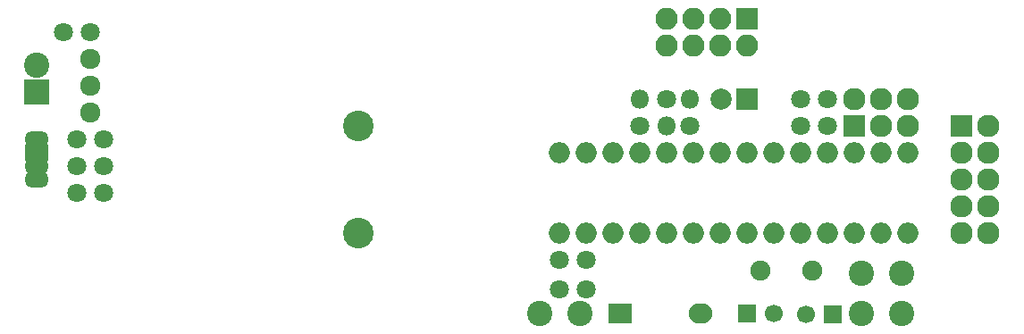
<source format=gbr>
G04 #@! TF.FileFunction,Soldermask,Bot*
%FSLAX46Y46*%
G04 Gerber Fmt 4.6, Leading zero omitted, Abs format (unit mm)*
G04 Created by KiCad (PCBNEW 4.0.7-e2-6376~58~ubuntu14.04.1) date Tue Jan 30 14:29:15 2018*
%MOMM*%
%LPD*%
G01*
G04 APERTURE LIST*
%ADD10C,0.100000*%
%ADD11R,1.700000X1.700000*%
%ADD12C,1.700000*%
%ADD13R,2.127200X2.127200*%
%ADD14O,2.127200X2.127200*%
%ADD15R,2.400000X2.400000*%
%ADD16C,2.400000*%
%ADD17O,2.305000X1.517600*%
%ADD18R,2.305000X1.517600*%
%ADD19O,2.000000X2.000000*%
%ADD20C,1.924000*%
%ADD21C,1.901140*%
%ADD22C,1.797000*%
%ADD23C,2.899360*%
%ADD24R,2.224000X1.924000*%
%ADD25O,2.224000X1.924000*%
%ADD26C,2.398980*%
%ADD27R,2.100000X2.100000*%
%ADD28O,2.100000X2.100000*%
%ADD29C,1.800000*%
%ADD30O,1.800000X1.800000*%
%ADD31R,2.000000X2.000000*%
%ADD32C,2.000000*%
G04 APERTURE END LIST*
D10*
D11*
X134620000Y-111125000D03*
D12*
X137120000Y-111125000D03*
D11*
X142671800Y-111175800D03*
D12*
X140171800Y-111175800D03*
D13*
X154940000Y-93345000D03*
D14*
X157480000Y-93345000D03*
X154940000Y-95885000D03*
X157480000Y-95885000D03*
X154940000Y-98425000D03*
X157480000Y-98425000D03*
X154940000Y-100965000D03*
X157480000Y-100965000D03*
X154940000Y-103505000D03*
X157480000Y-103505000D03*
D15*
X67310000Y-90170000D03*
D16*
X67310000Y-87630000D03*
D17*
X67310000Y-94615000D03*
D18*
X67310000Y-95885000D03*
D17*
X67310000Y-97155000D03*
X67310000Y-98425000D03*
D19*
X116840000Y-103505000D03*
X119380000Y-103505000D03*
X121920000Y-103505000D03*
X124460000Y-103505000D03*
X127000000Y-103505000D03*
X129540000Y-103505000D03*
X132080000Y-103505000D03*
X134620000Y-103505000D03*
X137160000Y-103505000D03*
X139700000Y-103505000D03*
X142240000Y-103505000D03*
X144780000Y-103505000D03*
X147320000Y-103505000D03*
X149860000Y-103505000D03*
X149860000Y-95885000D03*
X147320000Y-95885000D03*
X144780000Y-95885000D03*
X142240000Y-95885000D03*
X139700000Y-95885000D03*
X137160000Y-95885000D03*
X134620000Y-95885000D03*
X132080000Y-95885000D03*
X129540000Y-95885000D03*
X127000000Y-95885000D03*
X124460000Y-95885000D03*
X121920000Y-95885000D03*
X119380000Y-95885000D03*
X116840000Y-95885000D03*
D20*
X72390000Y-89535000D03*
X72390000Y-92075000D03*
X72390000Y-86995000D03*
D21*
X140769340Y-107086400D03*
X135887460Y-107086400D03*
D22*
X72390000Y-84455000D03*
X69850000Y-84455000D03*
X71120000Y-94615000D03*
X73660000Y-94615000D03*
X71120000Y-99695000D03*
X73660000Y-99695000D03*
X71120000Y-97155000D03*
X73660000Y-97155000D03*
X119380000Y-106045000D03*
X116840000Y-106045000D03*
X142240000Y-90805000D03*
X139700000Y-90805000D03*
X139700000Y-93345000D03*
X142240000Y-93345000D03*
D23*
X97790000Y-103505000D03*
X97790000Y-93345000D03*
D13*
X144780000Y-93345000D03*
D14*
X144780000Y-90805000D03*
X147320000Y-93345000D03*
X147320000Y-90805000D03*
X149860000Y-93345000D03*
X149860000Y-90805000D03*
D24*
X122555000Y-111125000D03*
D25*
X130175000Y-111125000D03*
D26*
X145415000Y-111125000D03*
X149225000Y-111125000D03*
X114935000Y-111125000D03*
X118745000Y-111125000D03*
X149225000Y-107315000D03*
X145415000Y-107315000D03*
D22*
X119354600Y-108839000D03*
X116814600Y-108839000D03*
D27*
X134620000Y-83185000D03*
D28*
X134620000Y-85725000D03*
X132080000Y-83185000D03*
X132080000Y-85725000D03*
X129540000Y-83185000D03*
X129540000Y-85725000D03*
X127000000Y-83185000D03*
X127000000Y-85725000D03*
D29*
X129159000Y-93319600D03*
D30*
X129159000Y-90779600D03*
D29*
X127000000Y-90805000D03*
D30*
X127000000Y-93345000D03*
D29*
X124460000Y-93345000D03*
D30*
X124460000Y-90805000D03*
D31*
X134620000Y-90805000D03*
D32*
X132120000Y-90805000D03*
M02*

</source>
